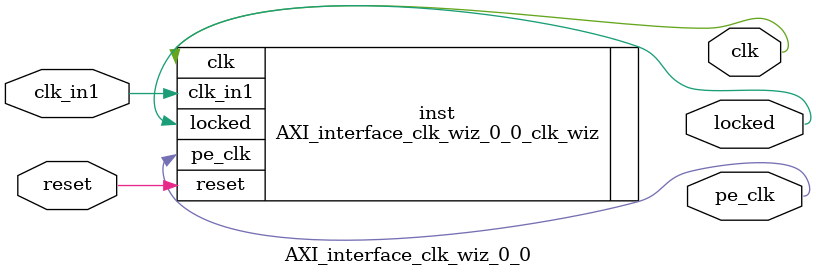
<source format=v>


`timescale 1ps/1ps

(* CORE_GENERATION_INFO = "AXI_interface_clk_wiz_0_0,clk_wiz_v6_0_10_0_0,{component_name=AXI_interface_clk_wiz_0_0,use_phase_alignment=false,use_min_o_jitter=false,use_max_i_jitter=false,use_dyn_phase_shift=false,use_inclk_switchover=false,use_dyn_reconfig=false,enable_axi=0,feedback_source=FDBK_AUTO,PRIMITIVE=PLL,num_out_clk=2,clkin1_period=10.000,clkin2_period=10.000,use_power_down=false,use_reset=true,use_locked=true,use_inclk_stopped=false,feedback_type=SINGLE,CLOCK_MGR_TYPE=NA,manual_override=false}" *)

module AXI_interface_clk_wiz_0_0 
 (
  // Clock out ports
  output        clk,
  output        pe_clk,
  // Status and control signals
  input         reset,
  output        locked,
 // Clock in ports
  input         clk_in1
 );

  AXI_interface_clk_wiz_0_0_clk_wiz inst
  (
  // Clock out ports  
  .clk(clk),
  .pe_clk(pe_clk),
  // Status and control signals               
  .reset(reset), 
  .locked(locked),
 // Clock in ports
  .clk_in1(clk_in1)
  );

endmodule

</source>
